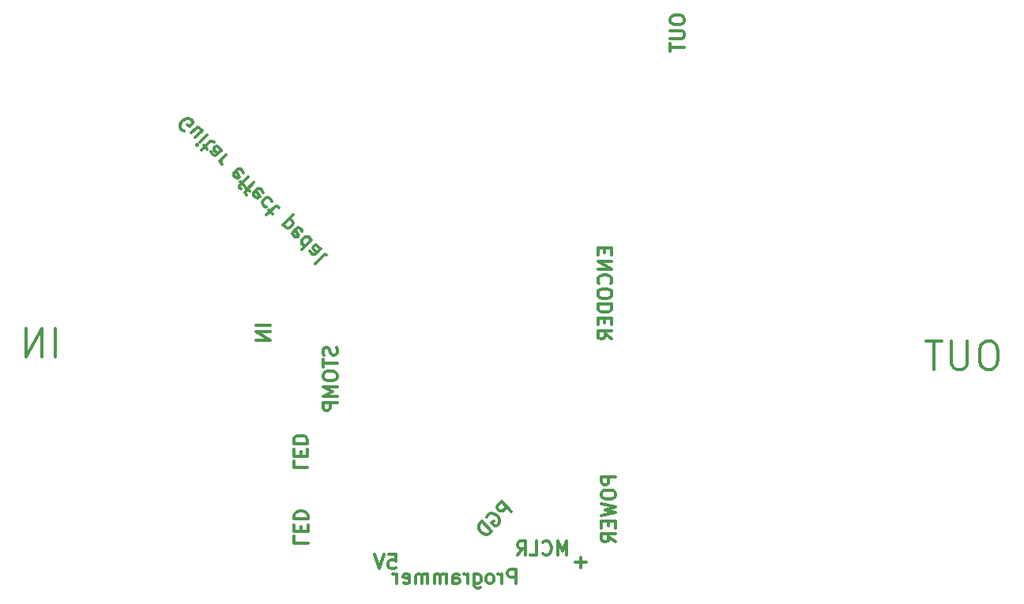
<source format=gbr>
%TF.GenerationSoftware,KiCad,Pcbnew,(5.1.6)-1*%
%TF.CreationDate,2021-04-19T20:59:16+02:00*%
%TF.ProjectId,SimpleDigital,53696d70-6c65-4446-9967-6974616c2e6b,v01*%
%TF.SameCoordinates,Original*%
%TF.FileFunction,Legend,Bot*%
%TF.FilePolarity,Positive*%
%FSLAX46Y46*%
G04 Gerber Fmt 4.6, Leading zero omitted, Abs format (unit mm)*
G04 Created by KiCad (PCBNEW (5.1.6)-1) date 2021-04-19 20:59:16*
%MOMM*%
%LPD*%
G01*
G04 APERTURE LIST*
%ADD10C,0.300000*%
G04 APERTURE END LIST*
D10*
X105621428Y-138807142D02*
X105621428Y-135807142D01*
X104192857Y-138807142D02*
X104192857Y-135807142D01*
X102478571Y-138807142D01*
X102478571Y-135807142D01*
X205950000Y-137157142D02*
X205378571Y-137157142D01*
X205092857Y-137300000D01*
X204807142Y-137585714D01*
X204664285Y-138157142D01*
X204664285Y-139157142D01*
X204807142Y-139728571D01*
X205092857Y-140014285D01*
X205378571Y-140157142D01*
X205950000Y-140157142D01*
X206235714Y-140014285D01*
X206521428Y-139728571D01*
X206664285Y-139157142D01*
X206664285Y-138157142D01*
X206521428Y-137585714D01*
X206235714Y-137300000D01*
X205950000Y-137157142D01*
X203378571Y-137157142D02*
X203378571Y-139585714D01*
X203235714Y-139871428D01*
X203092857Y-140014285D01*
X202807142Y-140157142D01*
X202235714Y-140157142D01*
X201950000Y-140014285D01*
X201807142Y-139871428D01*
X201664285Y-139585714D01*
X201664285Y-137157142D01*
X200664285Y-137157142D02*
X198950000Y-137157142D01*
X199807142Y-140157142D02*
X199807142Y-137157142D01*
X119401140Y-114611800D02*
X119249617Y-114561292D01*
X119098094Y-114409769D01*
X118997079Y-114207739D01*
X118997079Y-114005708D01*
X119047586Y-113854186D01*
X119199109Y-113601647D01*
X119350632Y-113450124D01*
X119603170Y-113298602D01*
X119754693Y-113248094D01*
X119956724Y-113248094D01*
X120158754Y-113349109D01*
X120259769Y-113450124D01*
X120360785Y-113652155D01*
X120360785Y-113753170D01*
X120007231Y-114106724D01*
X119805201Y-113904693D01*
X120663830Y-115268399D02*
X121370937Y-114561292D01*
X120209262Y-114813830D02*
X120764846Y-114258247D01*
X120916369Y-114207739D01*
X121067891Y-114258247D01*
X121219414Y-114409769D01*
X121269922Y-114561292D01*
X121269922Y-114662308D01*
X121876013Y-115066369D02*
X121168907Y-115773475D01*
X120815353Y-116127029D02*
X120815353Y-116026013D01*
X120916369Y-116026013D01*
X120916369Y-116127029D01*
X120815353Y-116127029D01*
X120916369Y-116026013D01*
X121522460Y-116127029D02*
X121926521Y-116531090D01*
X121320430Y-116632105D02*
X122229567Y-115722968D01*
X122381090Y-115672460D01*
X122532613Y-115722968D01*
X122633628Y-115823983D01*
X123441750Y-116632105D02*
X122886166Y-117187689D01*
X122734643Y-117238197D01*
X122583120Y-117187689D01*
X122381090Y-116985658D01*
X122330582Y-116834136D01*
X123391242Y-116682613D02*
X123340735Y-116531090D01*
X123088197Y-116278552D01*
X122936674Y-116228044D01*
X122785151Y-116278552D01*
X122684136Y-116379567D01*
X122633628Y-116531090D01*
X122684136Y-116682613D01*
X122936674Y-116935151D01*
X122987181Y-117086674D01*
X123946826Y-117137181D02*
X123239719Y-117844288D01*
X123441750Y-117642258D02*
X123391242Y-117793780D01*
X123391242Y-117894796D01*
X123441750Y-118046319D01*
X123542765Y-118147334D01*
X125765101Y-119056471D02*
X125714593Y-118904948D01*
X125512563Y-118702918D01*
X125361040Y-118652410D01*
X125209517Y-118702918D01*
X124805456Y-119106979D01*
X124754948Y-119258502D01*
X124805456Y-119410024D01*
X125007486Y-119612055D01*
X125159009Y-119662563D01*
X125310532Y-119612055D01*
X125411547Y-119511040D01*
X125007486Y-118904948D01*
X125462055Y-120066624D02*
X125866116Y-120470685D01*
X126320685Y-119511040D02*
X125411547Y-120420177D01*
X125361040Y-120571700D01*
X125411547Y-120723223D01*
X125512563Y-120824238D01*
X126068147Y-120672715D02*
X126472208Y-121076776D01*
X126926776Y-120117131D02*
X126017639Y-121026269D01*
X125967131Y-121177791D01*
X126017639Y-121329314D01*
X126118654Y-121430330D01*
X127886421Y-121177791D02*
X127835913Y-121026269D01*
X127633883Y-120824238D01*
X127482360Y-120773730D01*
X127330837Y-120824238D01*
X126926776Y-121228299D01*
X126876269Y-121379822D01*
X126926776Y-121531345D01*
X127128807Y-121733375D01*
X127280330Y-121783883D01*
X127431852Y-121733375D01*
X127532868Y-121632360D01*
X127128807Y-121026269D01*
X128846066Y-122137436D02*
X128795558Y-121985913D01*
X128593528Y-121783883D01*
X128442005Y-121733375D01*
X128340990Y-121733375D01*
X128189467Y-121783883D01*
X127886421Y-122086929D01*
X127835913Y-122238452D01*
X127835913Y-122339467D01*
X127886421Y-122490990D01*
X128088452Y-122693020D01*
X128239975Y-122743528D01*
X128492513Y-123097081D02*
X128896574Y-123501142D01*
X128290482Y-123602158D02*
X129199619Y-122693020D01*
X129351142Y-122642513D01*
X129502665Y-122693020D01*
X129603680Y-122794036D01*
X130058249Y-124662818D02*
X131118909Y-123602158D01*
X130108757Y-124612310D02*
X130159264Y-124763833D01*
X130361295Y-124965863D01*
X130512818Y-125016371D01*
X130613833Y-125016371D01*
X130765356Y-124965863D01*
X131068402Y-124662818D01*
X131118909Y-124511295D01*
X131118909Y-124410280D01*
X131068402Y-124258757D01*
X130866371Y-124056726D01*
X130714848Y-124006219D01*
X132078554Y-125369925D02*
X132028047Y-125218402D01*
X131826016Y-125016371D01*
X131674493Y-124965863D01*
X131522970Y-125016371D01*
X131118909Y-125420432D01*
X131068402Y-125571955D01*
X131118909Y-125723478D01*
X131320940Y-125925508D01*
X131472463Y-125976016D01*
X131623986Y-125925508D01*
X131725001Y-125824493D01*
X131320940Y-125218402D01*
X133088707Y-126279062D02*
X132028047Y-127339722D01*
X133038199Y-126329569D02*
X132987691Y-126178047D01*
X132785661Y-125976016D01*
X132634138Y-125925508D01*
X132533123Y-125925508D01*
X132381600Y-125976016D01*
X132078554Y-126279062D01*
X132028047Y-126430585D01*
X132028047Y-126531600D01*
X132078554Y-126683123D01*
X132280585Y-126885153D01*
X132432108Y-126935661D01*
X134048352Y-127238707D02*
X133492768Y-127794291D01*
X133341245Y-127844798D01*
X133189722Y-127794291D01*
X132987691Y-127592260D01*
X132937184Y-127440737D01*
X133997844Y-127289214D02*
X133947336Y-127137691D01*
X133694798Y-126885153D01*
X133543275Y-126834646D01*
X133391752Y-126885153D01*
X133290737Y-126986169D01*
X133240230Y-127137691D01*
X133290737Y-127289214D01*
X133543275Y-127541752D01*
X133593783Y-127693275D01*
X134704951Y-127895306D02*
X134553428Y-127844798D01*
X134401905Y-127895306D01*
X133492768Y-128804443D01*
X135757142Y-137807142D02*
X135828571Y-138021428D01*
X135828571Y-138378571D01*
X135757142Y-138521428D01*
X135685714Y-138592857D01*
X135542857Y-138664285D01*
X135400000Y-138664285D01*
X135257142Y-138592857D01*
X135185714Y-138521428D01*
X135114285Y-138378571D01*
X135042857Y-138092857D01*
X134971428Y-137950000D01*
X134900000Y-137878571D01*
X134757142Y-137807142D01*
X134614285Y-137807142D01*
X134471428Y-137878571D01*
X134400000Y-137950000D01*
X134328571Y-138092857D01*
X134328571Y-138450000D01*
X134400000Y-138664285D01*
X134328571Y-139092857D02*
X134328571Y-139950000D01*
X135828571Y-139521428D02*
X134328571Y-139521428D01*
X134328571Y-140735714D02*
X134328571Y-141021428D01*
X134400000Y-141164285D01*
X134542857Y-141307142D01*
X134828571Y-141378571D01*
X135328571Y-141378571D01*
X135614285Y-141307142D01*
X135757142Y-141164285D01*
X135828571Y-141021428D01*
X135828571Y-140735714D01*
X135757142Y-140592857D01*
X135614285Y-140450000D01*
X135328571Y-140378571D01*
X134828571Y-140378571D01*
X134542857Y-140450000D01*
X134400000Y-140592857D01*
X134328571Y-140735714D01*
X135828571Y-142021428D02*
X134328571Y-142021428D01*
X135400000Y-142521428D01*
X134328571Y-143021428D01*
X135828571Y-143021428D01*
X135828571Y-143735714D02*
X134328571Y-143735714D01*
X134328571Y-144307142D01*
X134400000Y-144450000D01*
X134471428Y-144521428D01*
X134614285Y-144592857D01*
X134828571Y-144592857D01*
X134971428Y-144521428D01*
X135042857Y-144450000D01*
X135114285Y-144307142D01*
X135114285Y-143735714D01*
X128653571Y-135439285D02*
X127153571Y-135439285D01*
X128653571Y-136153571D02*
X127153571Y-136153571D01*
X128653571Y-137010714D01*
X127153571Y-137010714D01*
X171553571Y-102550000D02*
X171553571Y-102835714D01*
X171625000Y-102978571D01*
X171767857Y-103121428D01*
X172053571Y-103192857D01*
X172553571Y-103192857D01*
X172839285Y-103121428D01*
X172982142Y-102978571D01*
X173053571Y-102835714D01*
X173053571Y-102550000D01*
X172982142Y-102407142D01*
X172839285Y-102264285D01*
X172553571Y-102192857D01*
X172053571Y-102192857D01*
X171767857Y-102264285D01*
X171625000Y-102407142D01*
X171553571Y-102550000D01*
X171553571Y-103835714D02*
X172767857Y-103835714D01*
X172910714Y-103907142D01*
X172982142Y-103978571D01*
X173053571Y-104121428D01*
X173053571Y-104407142D01*
X172982142Y-104550000D01*
X172910714Y-104621428D01*
X172767857Y-104692857D01*
X171553571Y-104692857D01*
X171553571Y-105192857D02*
X171553571Y-106050000D01*
X173053571Y-105621428D02*
X171553571Y-105621428D01*
X164492857Y-127178571D02*
X164492857Y-127678571D01*
X165278571Y-127892857D02*
X165278571Y-127178571D01*
X163778571Y-127178571D01*
X163778571Y-127892857D01*
X165278571Y-128535714D02*
X163778571Y-128535714D01*
X165278571Y-129392857D01*
X163778571Y-129392857D01*
X165135714Y-130964285D02*
X165207142Y-130892857D01*
X165278571Y-130678571D01*
X165278571Y-130535714D01*
X165207142Y-130321428D01*
X165064285Y-130178571D01*
X164921428Y-130107142D01*
X164635714Y-130035714D01*
X164421428Y-130035714D01*
X164135714Y-130107142D01*
X163992857Y-130178571D01*
X163850000Y-130321428D01*
X163778571Y-130535714D01*
X163778571Y-130678571D01*
X163850000Y-130892857D01*
X163921428Y-130964285D01*
X163778571Y-131892857D02*
X163778571Y-132178571D01*
X163850000Y-132321428D01*
X163992857Y-132464285D01*
X164278571Y-132535714D01*
X164778571Y-132535714D01*
X165064285Y-132464285D01*
X165207142Y-132321428D01*
X165278571Y-132178571D01*
X165278571Y-131892857D01*
X165207142Y-131750000D01*
X165064285Y-131607142D01*
X164778571Y-131535714D01*
X164278571Y-131535714D01*
X163992857Y-131607142D01*
X163850000Y-131750000D01*
X163778571Y-131892857D01*
X165278571Y-133178571D02*
X163778571Y-133178571D01*
X163778571Y-133535714D01*
X163850000Y-133750000D01*
X163992857Y-133892857D01*
X164135714Y-133964285D01*
X164421428Y-134035714D01*
X164635714Y-134035714D01*
X164921428Y-133964285D01*
X165064285Y-133892857D01*
X165207142Y-133750000D01*
X165278571Y-133535714D01*
X165278571Y-133178571D01*
X164492857Y-134678571D02*
X164492857Y-135178571D01*
X165278571Y-135392857D02*
X165278571Y-134678571D01*
X163778571Y-134678571D01*
X163778571Y-135392857D01*
X165278571Y-136892857D02*
X164564285Y-136392857D01*
X165278571Y-136035714D02*
X163778571Y-136035714D01*
X163778571Y-136607142D01*
X163850000Y-136750000D01*
X163921428Y-136821428D01*
X164064285Y-136892857D01*
X164278571Y-136892857D01*
X164421428Y-136821428D01*
X164492857Y-136750000D01*
X164564285Y-136607142D01*
X164564285Y-136035714D01*
X162521428Y-160857142D02*
X161378571Y-160857142D01*
X161950000Y-161428571D02*
X161950000Y-160285714D01*
X165653571Y-151660714D02*
X164153571Y-151660714D01*
X164153571Y-152232142D01*
X164225000Y-152375000D01*
X164296428Y-152446428D01*
X164439285Y-152517857D01*
X164653571Y-152517857D01*
X164796428Y-152446428D01*
X164867857Y-152375000D01*
X164939285Y-152232142D01*
X164939285Y-151660714D01*
X164153571Y-153446428D02*
X164153571Y-153732142D01*
X164225000Y-153875000D01*
X164367857Y-154017857D01*
X164653571Y-154089285D01*
X165153571Y-154089285D01*
X165439285Y-154017857D01*
X165582142Y-153875000D01*
X165653571Y-153732142D01*
X165653571Y-153446428D01*
X165582142Y-153303571D01*
X165439285Y-153160714D01*
X165153571Y-153089285D01*
X164653571Y-153089285D01*
X164367857Y-153160714D01*
X164225000Y-153303571D01*
X164153571Y-153446428D01*
X164153571Y-154589285D02*
X165653571Y-154946428D01*
X164582142Y-155232142D01*
X165653571Y-155517857D01*
X164153571Y-155875000D01*
X164867857Y-156446428D02*
X164867857Y-156946428D01*
X165653571Y-157160714D02*
X165653571Y-156446428D01*
X164153571Y-156446428D01*
X164153571Y-157160714D01*
X165653571Y-158660714D02*
X164939285Y-158160714D01*
X165653571Y-157803571D02*
X164153571Y-157803571D01*
X164153571Y-158375000D01*
X164225000Y-158517857D01*
X164296428Y-158589285D01*
X164439285Y-158660714D01*
X164653571Y-158660714D01*
X164796428Y-158589285D01*
X164867857Y-158517857D01*
X164939285Y-158375000D01*
X164939285Y-157803571D01*
X154518274Y-155391370D02*
X153457614Y-154330710D01*
X153053553Y-154734771D01*
X153003045Y-154886294D01*
X153003045Y-154987309D01*
X153053553Y-155138832D01*
X153205076Y-155290355D01*
X153356599Y-155340862D01*
X153457614Y-155340862D01*
X153609137Y-155290355D01*
X154013198Y-154886294D01*
X151891877Y-155997461D02*
X151942385Y-155845938D01*
X152093908Y-155694416D01*
X152295938Y-155593400D01*
X152497969Y-155593400D01*
X152649492Y-155643908D01*
X152902030Y-155795431D01*
X153053553Y-155946954D01*
X153205076Y-156199492D01*
X153255583Y-156351015D01*
X153255583Y-156553045D01*
X153154568Y-156755076D01*
X153053553Y-156856091D01*
X152851522Y-156957106D01*
X152750507Y-156957106D01*
X152396954Y-156603553D01*
X152598984Y-156401522D01*
X152396954Y-157512690D02*
X151336294Y-156452030D01*
X151083755Y-156704568D01*
X150982740Y-156906599D01*
X150982740Y-157108629D01*
X151033248Y-157260152D01*
X151184771Y-157512690D01*
X151336294Y-157664213D01*
X151588832Y-157815736D01*
X151740355Y-157866244D01*
X151942385Y-157866244D01*
X152144416Y-157765228D01*
X152396954Y-157512690D01*
X160457142Y-160078571D02*
X160457142Y-158578571D01*
X159957142Y-159650000D01*
X159457142Y-158578571D01*
X159457142Y-160078571D01*
X157885714Y-159935714D02*
X157957142Y-160007142D01*
X158171428Y-160078571D01*
X158314285Y-160078571D01*
X158528571Y-160007142D01*
X158671428Y-159864285D01*
X158742857Y-159721428D01*
X158814285Y-159435714D01*
X158814285Y-159221428D01*
X158742857Y-158935714D01*
X158671428Y-158792857D01*
X158528571Y-158650000D01*
X158314285Y-158578571D01*
X158171428Y-158578571D01*
X157957142Y-158650000D01*
X157885714Y-158721428D01*
X156528571Y-160078571D02*
X157242857Y-160078571D01*
X157242857Y-158578571D01*
X155171428Y-160078571D02*
X155671428Y-159364285D01*
X156028571Y-160078571D02*
X156028571Y-158578571D01*
X155457142Y-158578571D01*
X155314285Y-158650000D01*
X155242857Y-158721428D01*
X155171428Y-158864285D01*
X155171428Y-159078571D01*
X155242857Y-159221428D01*
X155314285Y-159292857D01*
X155457142Y-159364285D01*
X156028571Y-159364285D01*
X141385714Y-160028571D02*
X142100000Y-160028571D01*
X142171428Y-160742857D01*
X142100000Y-160671428D01*
X141957142Y-160600000D01*
X141600000Y-160600000D01*
X141457142Y-160671428D01*
X141385714Y-160742857D01*
X141314285Y-160885714D01*
X141314285Y-161242857D01*
X141385714Y-161385714D01*
X141457142Y-161457142D01*
X141600000Y-161528571D01*
X141957142Y-161528571D01*
X142100000Y-161457142D01*
X142171428Y-161385714D01*
X140885714Y-160028571D02*
X140385714Y-161528571D01*
X139885714Y-160028571D01*
X154964285Y-163128571D02*
X154964285Y-161628571D01*
X154392857Y-161628571D01*
X154250000Y-161700000D01*
X154178571Y-161771428D01*
X154107142Y-161914285D01*
X154107142Y-162128571D01*
X154178571Y-162271428D01*
X154250000Y-162342857D01*
X154392857Y-162414285D01*
X154964285Y-162414285D01*
X153464285Y-163128571D02*
X153464285Y-162128571D01*
X153464285Y-162414285D02*
X153392857Y-162271428D01*
X153321428Y-162200000D01*
X153178571Y-162128571D01*
X153035714Y-162128571D01*
X152321428Y-163128571D02*
X152464285Y-163057142D01*
X152535714Y-162985714D01*
X152607142Y-162842857D01*
X152607142Y-162414285D01*
X152535714Y-162271428D01*
X152464285Y-162200000D01*
X152321428Y-162128571D01*
X152107142Y-162128571D01*
X151964285Y-162200000D01*
X151892857Y-162271428D01*
X151821428Y-162414285D01*
X151821428Y-162842857D01*
X151892857Y-162985714D01*
X151964285Y-163057142D01*
X152107142Y-163128571D01*
X152321428Y-163128571D01*
X150535714Y-162128571D02*
X150535714Y-163342857D01*
X150607142Y-163485714D01*
X150678571Y-163557142D01*
X150821428Y-163628571D01*
X151035714Y-163628571D01*
X151178571Y-163557142D01*
X150535714Y-163057142D02*
X150678571Y-163128571D01*
X150964285Y-163128571D01*
X151107142Y-163057142D01*
X151178571Y-162985714D01*
X151250000Y-162842857D01*
X151250000Y-162414285D01*
X151178571Y-162271428D01*
X151107142Y-162200000D01*
X150964285Y-162128571D01*
X150678571Y-162128571D01*
X150535714Y-162200000D01*
X149821428Y-163128571D02*
X149821428Y-162128571D01*
X149821428Y-162414285D02*
X149750000Y-162271428D01*
X149678571Y-162200000D01*
X149535714Y-162128571D01*
X149392857Y-162128571D01*
X148250000Y-163128571D02*
X148250000Y-162342857D01*
X148321428Y-162200000D01*
X148464285Y-162128571D01*
X148750000Y-162128571D01*
X148892857Y-162200000D01*
X148250000Y-163057142D02*
X148392857Y-163128571D01*
X148750000Y-163128571D01*
X148892857Y-163057142D01*
X148964285Y-162914285D01*
X148964285Y-162771428D01*
X148892857Y-162628571D01*
X148750000Y-162557142D01*
X148392857Y-162557142D01*
X148250000Y-162485714D01*
X147535714Y-163128571D02*
X147535714Y-162128571D01*
X147535714Y-162271428D02*
X147464285Y-162200000D01*
X147321428Y-162128571D01*
X147107142Y-162128571D01*
X146964285Y-162200000D01*
X146892857Y-162342857D01*
X146892857Y-163128571D01*
X146892857Y-162342857D02*
X146821428Y-162200000D01*
X146678571Y-162128571D01*
X146464285Y-162128571D01*
X146321428Y-162200000D01*
X146250000Y-162342857D01*
X146250000Y-163128571D01*
X145535714Y-163128571D02*
X145535714Y-162128571D01*
X145535714Y-162271428D02*
X145464285Y-162200000D01*
X145321428Y-162128571D01*
X145107142Y-162128571D01*
X144964285Y-162200000D01*
X144892857Y-162342857D01*
X144892857Y-163128571D01*
X144892857Y-162342857D02*
X144821428Y-162200000D01*
X144678571Y-162128571D01*
X144464285Y-162128571D01*
X144321428Y-162200000D01*
X144250000Y-162342857D01*
X144250000Y-163128571D01*
X142964285Y-163057142D02*
X143107142Y-163128571D01*
X143392857Y-163128571D01*
X143535714Y-163057142D01*
X143607142Y-162914285D01*
X143607142Y-162342857D01*
X143535714Y-162200000D01*
X143392857Y-162128571D01*
X143107142Y-162128571D01*
X142964285Y-162200000D01*
X142892857Y-162342857D01*
X142892857Y-162485714D01*
X143607142Y-162628571D01*
X142250000Y-163128571D02*
X142250000Y-162128571D01*
X142250000Y-162414285D02*
X142178571Y-162271428D01*
X142107142Y-162200000D01*
X141964285Y-162128571D01*
X141821428Y-162128571D01*
X131221428Y-158064285D02*
X131221428Y-158778571D01*
X132721428Y-158778571D01*
X132007142Y-157564285D02*
X132007142Y-157064285D01*
X131221428Y-156850000D02*
X131221428Y-157564285D01*
X132721428Y-157564285D01*
X132721428Y-156850000D01*
X131221428Y-156207142D02*
X132721428Y-156207142D01*
X132721428Y-155850000D01*
X132650000Y-155635714D01*
X132507142Y-155492857D01*
X132364285Y-155421428D01*
X132078571Y-155350000D01*
X131864285Y-155350000D01*
X131578571Y-155421428D01*
X131435714Y-155492857D01*
X131292857Y-155635714D01*
X131221428Y-155850000D01*
X131221428Y-156207142D01*
X131171428Y-149964285D02*
X131171428Y-150678571D01*
X132671428Y-150678571D01*
X131957142Y-149464285D02*
X131957142Y-148964285D01*
X131171428Y-148750000D02*
X131171428Y-149464285D01*
X132671428Y-149464285D01*
X132671428Y-148750000D01*
X131171428Y-148107142D02*
X132671428Y-148107142D01*
X132671428Y-147750000D01*
X132600000Y-147535714D01*
X132457142Y-147392857D01*
X132314285Y-147321428D01*
X132028571Y-147250000D01*
X131814285Y-147250000D01*
X131528571Y-147321428D01*
X131385714Y-147392857D01*
X131242857Y-147535714D01*
X131171428Y-147750000D01*
X131171428Y-148107142D01*
M02*

</source>
